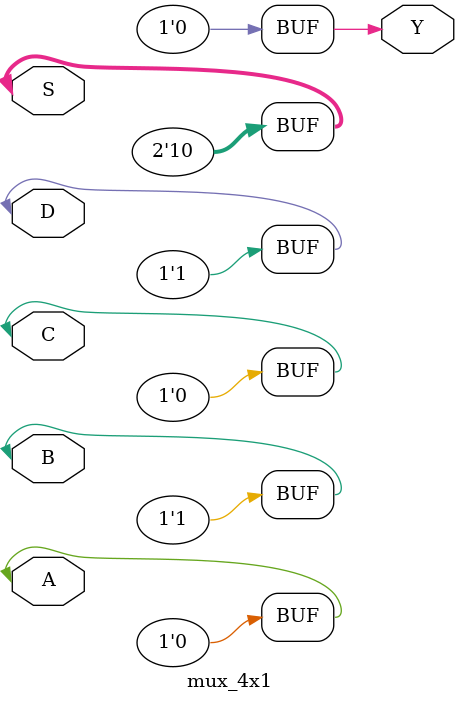
<source format=v>
module mux_4x1 (A, B, C, D, S, Y);

input A , B , C , D ;

input [1:0] S;

assign A = 1'b0;
assign B = 1'b1;
assign C = 1'b0;
assign D = 1'b1;

assign S = 2'b10; // c'yi seciyoruz.

output Y ;

assign Y = S[1] ? ( S[0] ? D : C ) : ( S[0] ? B : A ) ;

endmodule


</source>
